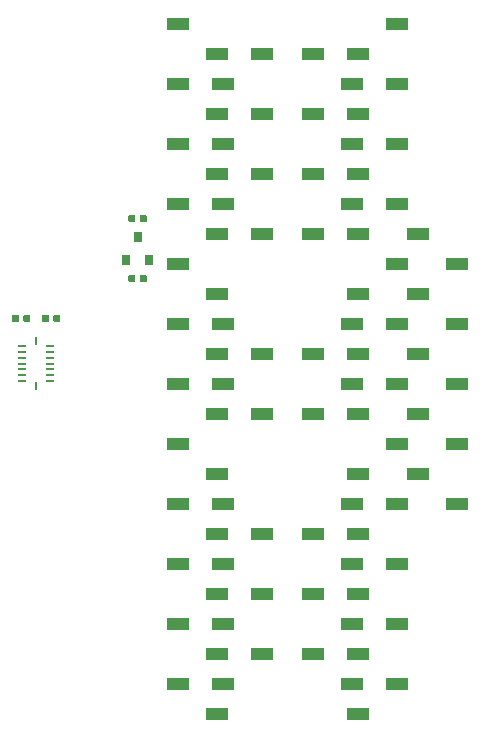
<source format=gtp>
G04 #@! TF.GenerationSoftware,KiCad,Pcbnew,(5.1.4)-1*
G04 #@! TF.CreationDate,2021-07-20T22:26:21+09:00*
G04 #@! TF.ProjectId,UAV2021_ver3_panelizing,55415632-3032-4315-9f76-6572335f7061,rev?*
G04 #@! TF.SameCoordinates,Original*
G04 #@! TF.FileFunction,Paste,Top*
G04 #@! TF.FilePolarity,Positive*
%FSLAX46Y46*%
G04 Gerber Fmt 4.6, Leading zero omitted, Abs format (unit mm)*
G04 Created by KiCad (PCBNEW (5.1.4)-1) date 2021-07-20 22:26:21*
%MOMM*%
%LPD*%
G04 APERTURE LIST*
%ADD10R,1.900000X1.000000*%
%ADD11R,0.800000X0.900000*%
%ADD12C,0.100000*%
%ADD13C,0.590000*%
%ADD14R,0.250000X0.675000*%
%ADD15R,0.675000X0.250000*%
G04 APERTURE END LIST*
D10*
X2160000Y-13970000D03*
X2160000Y-19050000D03*
X2160000Y-24130000D03*
X5460000Y-11430000D03*
X5460000Y-16510000D03*
X5460000Y-21590000D03*
X5460000Y-26670000D03*
X-5460000Y-11430000D03*
X-5460000Y-16510000D03*
X-5460000Y-21590000D03*
X-5460000Y-26670000D03*
X-2160000Y-13970000D03*
X-2160000Y-19050000D03*
X-2160000Y-24130000D03*
X-5460000Y3810000D03*
X-5460000Y-1270000D03*
X-2160000Y1270000D03*
X-2160000Y-3810000D03*
X5460000Y13970000D03*
X5460000Y19050000D03*
X5460000Y24130000D03*
X2160000Y11430000D03*
X2160000Y16510000D03*
X2160000Y21590000D03*
X2160000Y26670000D03*
D11*
X-13650000Y9160000D03*
X-11750000Y9160000D03*
X-12700000Y11160000D03*
D10*
X11050000Y11430000D03*
X11050000Y6350000D03*
X11050000Y1270000D03*
X11050000Y-3810000D03*
X11050000Y-8890000D03*
X14350000Y8890000D03*
X14350000Y3810000D03*
X14350000Y-1270000D03*
X14350000Y-6350000D03*
X14350000Y-11430000D03*
D12*
G36*
X-13023042Y7939290D02*
G01*
X-13008724Y7937166D01*
X-12994683Y7933649D01*
X-12981054Y7928772D01*
X-12967969Y7922583D01*
X-12955553Y7915142D01*
X-12943927Y7906519D01*
X-12933202Y7896798D01*
X-12923481Y7886073D01*
X-12914858Y7874447D01*
X-12907417Y7862031D01*
X-12901228Y7848946D01*
X-12896351Y7835317D01*
X-12892834Y7821276D01*
X-12890710Y7806958D01*
X-12890000Y7792500D01*
X-12890000Y7447500D01*
X-12890710Y7433042D01*
X-12892834Y7418724D01*
X-12896351Y7404683D01*
X-12901228Y7391054D01*
X-12907417Y7377969D01*
X-12914858Y7365553D01*
X-12923481Y7353927D01*
X-12933202Y7343202D01*
X-12943927Y7333481D01*
X-12955553Y7324858D01*
X-12967969Y7317417D01*
X-12981054Y7311228D01*
X-12994683Y7306351D01*
X-13008724Y7302834D01*
X-13023042Y7300710D01*
X-13037500Y7300000D01*
X-13332500Y7300000D01*
X-13346958Y7300710D01*
X-13361276Y7302834D01*
X-13375317Y7306351D01*
X-13388946Y7311228D01*
X-13402031Y7317417D01*
X-13414447Y7324858D01*
X-13426073Y7333481D01*
X-13436798Y7343202D01*
X-13446519Y7353927D01*
X-13455142Y7365553D01*
X-13462583Y7377969D01*
X-13468772Y7391054D01*
X-13473649Y7404683D01*
X-13477166Y7418724D01*
X-13479290Y7433042D01*
X-13480000Y7447500D01*
X-13480000Y7792500D01*
X-13479290Y7806958D01*
X-13477166Y7821276D01*
X-13473649Y7835317D01*
X-13468772Y7848946D01*
X-13462583Y7862031D01*
X-13455142Y7874447D01*
X-13446519Y7886073D01*
X-13436798Y7896798D01*
X-13426073Y7906519D01*
X-13414447Y7915142D01*
X-13402031Y7922583D01*
X-13388946Y7928772D01*
X-13375317Y7933649D01*
X-13361276Y7937166D01*
X-13346958Y7939290D01*
X-13332500Y7940000D01*
X-13037500Y7940000D01*
X-13023042Y7939290D01*
X-13023042Y7939290D01*
G37*
D13*
X-13185000Y7620000D03*
D12*
G36*
X-12053042Y7939290D02*
G01*
X-12038724Y7937166D01*
X-12024683Y7933649D01*
X-12011054Y7928772D01*
X-11997969Y7922583D01*
X-11985553Y7915142D01*
X-11973927Y7906519D01*
X-11963202Y7896798D01*
X-11953481Y7886073D01*
X-11944858Y7874447D01*
X-11937417Y7862031D01*
X-11931228Y7848946D01*
X-11926351Y7835317D01*
X-11922834Y7821276D01*
X-11920710Y7806958D01*
X-11920000Y7792500D01*
X-11920000Y7447500D01*
X-11920710Y7433042D01*
X-11922834Y7418724D01*
X-11926351Y7404683D01*
X-11931228Y7391054D01*
X-11937417Y7377969D01*
X-11944858Y7365553D01*
X-11953481Y7353927D01*
X-11963202Y7343202D01*
X-11973927Y7333481D01*
X-11985553Y7324858D01*
X-11997969Y7317417D01*
X-12011054Y7311228D01*
X-12024683Y7306351D01*
X-12038724Y7302834D01*
X-12053042Y7300710D01*
X-12067500Y7300000D01*
X-12362500Y7300000D01*
X-12376958Y7300710D01*
X-12391276Y7302834D01*
X-12405317Y7306351D01*
X-12418946Y7311228D01*
X-12432031Y7317417D01*
X-12444447Y7324858D01*
X-12456073Y7333481D01*
X-12466798Y7343202D01*
X-12476519Y7353927D01*
X-12485142Y7365553D01*
X-12492583Y7377969D01*
X-12498772Y7391054D01*
X-12503649Y7404683D01*
X-12507166Y7418724D01*
X-12509290Y7433042D01*
X-12510000Y7447500D01*
X-12510000Y7792500D01*
X-12509290Y7806958D01*
X-12507166Y7821276D01*
X-12503649Y7835317D01*
X-12498772Y7848946D01*
X-12492583Y7862031D01*
X-12485142Y7874447D01*
X-12476519Y7886073D01*
X-12466798Y7896798D01*
X-12456073Y7906519D01*
X-12444447Y7915142D01*
X-12432031Y7922583D01*
X-12418946Y7928772D01*
X-12405317Y7933649D01*
X-12391276Y7937166D01*
X-12376958Y7939290D01*
X-12362500Y7940000D01*
X-12067500Y7940000D01*
X-12053042Y7939290D01*
X-12053042Y7939290D01*
G37*
D13*
X-12215000Y7620000D03*
D12*
G36*
X-12053042Y13019290D02*
G01*
X-12038724Y13017166D01*
X-12024683Y13013649D01*
X-12011054Y13008772D01*
X-11997969Y13002583D01*
X-11985553Y12995142D01*
X-11973927Y12986519D01*
X-11963202Y12976798D01*
X-11953481Y12966073D01*
X-11944858Y12954447D01*
X-11937417Y12942031D01*
X-11931228Y12928946D01*
X-11926351Y12915317D01*
X-11922834Y12901276D01*
X-11920710Y12886958D01*
X-11920000Y12872500D01*
X-11920000Y12527500D01*
X-11920710Y12513042D01*
X-11922834Y12498724D01*
X-11926351Y12484683D01*
X-11931228Y12471054D01*
X-11937417Y12457969D01*
X-11944858Y12445553D01*
X-11953481Y12433927D01*
X-11963202Y12423202D01*
X-11973927Y12413481D01*
X-11985553Y12404858D01*
X-11997969Y12397417D01*
X-12011054Y12391228D01*
X-12024683Y12386351D01*
X-12038724Y12382834D01*
X-12053042Y12380710D01*
X-12067500Y12380000D01*
X-12362500Y12380000D01*
X-12376958Y12380710D01*
X-12391276Y12382834D01*
X-12405317Y12386351D01*
X-12418946Y12391228D01*
X-12432031Y12397417D01*
X-12444447Y12404858D01*
X-12456073Y12413481D01*
X-12466798Y12423202D01*
X-12476519Y12433927D01*
X-12485142Y12445553D01*
X-12492583Y12457969D01*
X-12498772Y12471054D01*
X-12503649Y12484683D01*
X-12507166Y12498724D01*
X-12509290Y12513042D01*
X-12510000Y12527500D01*
X-12510000Y12872500D01*
X-12509290Y12886958D01*
X-12507166Y12901276D01*
X-12503649Y12915317D01*
X-12498772Y12928946D01*
X-12492583Y12942031D01*
X-12485142Y12954447D01*
X-12476519Y12966073D01*
X-12466798Y12976798D01*
X-12456073Y12986519D01*
X-12444447Y12995142D01*
X-12432031Y13002583D01*
X-12418946Y13008772D01*
X-12405317Y13013649D01*
X-12391276Y13017166D01*
X-12376958Y13019290D01*
X-12362500Y13020000D01*
X-12067500Y13020000D01*
X-12053042Y13019290D01*
X-12053042Y13019290D01*
G37*
D13*
X-12215000Y12700000D03*
D12*
G36*
X-13023042Y13019290D02*
G01*
X-13008724Y13017166D01*
X-12994683Y13013649D01*
X-12981054Y13008772D01*
X-12967969Y13002583D01*
X-12955553Y12995142D01*
X-12943927Y12986519D01*
X-12933202Y12976798D01*
X-12923481Y12966073D01*
X-12914858Y12954447D01*
X-12907417Y12942031D01*
X-12901228Y12928946D01*
X-12896351Y12915317D01*
X-12892834Y12901276D01*
X-12890710Y12886958D01*
X-12890000Y12872500D01*
X-12890000Y12527500D01*
X-12890710Y12513042D01*
X-12892834Y12498724D01*
X-12896351Y12484683D01*
X-12901228Y12471054D01*
X-12907417Y12457969D01*
X-12914858Y12445553D01*
X-12923481Y12433927D01*
X-12933202Y12423202D01*
X-12943927Y12413481D01*
X-12955553Y12404858D01*
X-12967969Y12397417D01*
X-12981054Y12391228D01*
X-12994683Y12386351D01*
X-13008724Y12382834D01*
X-13023042Y12380710D01*
X-13037500Y12380000D01*
X-13332500Y12380000D01*
X-13346958Y12380710D01*
X-13361276Y12382834D01*
X-13375317Y12386351D01*
X-13388946Y12391228D01*
X-13402031Y12397417D01*
X-13414447Y12404858D01*
X-13426073Y12413481D01*
X-13436798Y12423202D01*
X-13446519Y12433927D01*
X-13455142Y12445553D01*
X-13462583Y12457969D01*
X-13468772Y12471054D01*
X-13473649Y12484683D01*
X-13477166Y12498724D01*
X-13479290Y12513042D01*
X-13480000Y12527500D01*
X-13480000Y12872500D01*
X-13479290Y12886958D01*
X-13477166Y12901276D01*
X-13473649Y12915317D01*
X-13468772Y12928946D01*
X-13462583Y12942031D01*
X-13455142Y12954447D01*
X-13446519Y12966073D01*
X-13436798Y12976798D01*
X-13426073Y12986519D01*
X-13414447Y12995142D01*
X-13402031Y13002583D01*
X-13388946Y13008772D01*
X-13375317Y13013649D01*
X-13361276Y13017166D01*
X-13346958Y13019290D01*
X-13332500Y13020000D01*
X-13037500Y13020000D01*
X-13023042Y13019290D01*
X-13023042Y13019290D01*
G37*
D13*
X-13185000Y12700000D03*
D10*
X5970000Y26670000D03*
X5970000Y21590000D03*
X5970000Y16510000D03*
X5970000Y11430000D03*
X5970000Y6350000D03*
X5970000Y1270000D03*
X5970000Y-3810000D03*
X5970000Y-8890000D03*
X5970000Y-13970000D03*
X5970000Y-19050000D03*
X5970000Y-24130000D03*
X5970000Y-29210000D03*
X9270000Y29210000D03*
X9270000Y24130000D03*
X9270000Y19050000D03*
X9270000Y13970000D03*
X9270000Y8890000D03*
X9270000Y3810000D03*
X9270000Y-1270000D03*
X9270000Y-6350000D03*
X9270000Y-11430000D03*
X9270000Y-16510000D03*
X9270000Y-21590000D03*
X9270000Y-26670000D03*
X-2160000Y11430000D03*
X-2160000Y16510000D03*
X-2160000Y21590000D03*
X-2160000Y26670000D03*
X-5460000Y13970000D03*
X-5460000Y19050000D03*
X-5460000Y24130000D03*
X-5970000Y-29210000D03*
X-5970000Y-24130000D03*
X-5970000Y-19050000D03*
X-5970000Y-13970000D03*
X-5970000Y-8890000D03*
X-5970000Y-3810000D03*
X-5970000Y1270000D03*
X-5970000Y6350000D03*
X-5970000Y11430000D03*
X-5970000Y16510000D03*
X-5970000Y21590000D03*
X-5970000Y26670000D03*
X-9270000Y-26670000D03*
X-9270000Y-21590000D03*
X-9270000Y-16510000D03*
X-9270000Y-11430000D03*
X-9270000Y-6350000D03*
X-9270000Y-1270000D03*
X-9270000Y3810000D03*
X-9270000Y8890000D03*
X-9270000Y13970000D03*
X-9270000Y19050000D03*
X-9270000Y24130000D03*
X-9270000Y29210000D03*
X2160000Y1270000D03*
X2160000Y-3810000D03*
X5460000Y3810000D03*
X5460000Y-1270000D03*
D14*
X-21280000Y2335000D03*
D15*
X-22445000Y1920000D03*
X-22445000Y1420000D03*
X-22445000Y920000D03*
X-22445000Y420000D03*
X-22445000Y-80000D03*
X-22445000Y-580000D03*
X-22445000Y-1080000D03*
D14*
X-21280000Y-1495000D03*
D15*
X-20115000Y-1080000D03*
X-20115000Y-580000D03*
X-20115000Y-80000D03*
X-20115000Y420000D03*
X-20115000Y920000D03*
X-20115000Y1420000D03*
X-20115000Y1920000D03*
D12*
G36*
X-19363042Y4549290D02*
G01*
X-19348724Y4547166D01*
X-19334683Y4543649D01*
X-19321054Y4538772D01*
X-19307969Y4532583D01*
X-19295553Y4525142D01*
X-19283927Y4516519D01*
X-19273202Y4506798D01*
X-19263481Y4496073D01*
X-19254858Y4484447D01*
X-19247417Y4472031D01*
X-19241228Y4458946D01*
X-19236351Y4445317D01*
X-19232834Y4431276D01*
X-19230710Y4416958D01*
X-19230000Y4402500D01*
X-19230000Y4057500D01*
X-19230710Y4043042D01*
X-19232834Y4028724D01*
X-19236351Y4014683D01*
X-19241228Y4001054D01*
X-19247417Y3987969D01*
X-19254858Y3975553D01*
X-19263481Y3963927D01*
X-19273202Y3953202D01*
X-19283927Y3943481D01*
X-19295553Y3934858D01*
X-19307969Y3927417D01*
X-19321054Y3921228D01*
X-19334683Y3916351D01*
X-19348724Y3912834D01*
X-19363042Y3910710D01*
X-19377500Y3910000D01*
X-19672500Y3910000D01*
X-19686958Y3910710D01*
X-19701276Y3912834D01*
X-19715317Y3916351D01*
X-19728946Y3921228D01*
X-19742031Y3927417D01*
X-19754447Y3934858D01*
X-19766073Y3943481D01*
X-19776798Y3953202D01*
X-19786519Y3963927D01*
X-19795142Y3975553D01*
X-19802583Y3987969D01*
X-19808772Y4001054D01*
X-19813649Y4014683D01*
X-19817166Y4028724D01*
X-19819290Y4043042D01*
X-19820000Y4057500D01*
X-19820000Y4402500D01*
X-19819290Y4416958D01*
X-19817166Y4431276D01*
X-19813649Y4445317D01*
X-19808772Y4458946D01*
X-19802583Y4472031D01*
X-19795142Y4484447D01*
X-19786519Y4496073D01*
X-19776798Y4506798D01*
X-19766073Y4516519D01*
X-19754447Y4525142D01*
X-19742031Y4532583D01*
X-19728946Y4538772D01*
X-19715317Y4543649D01*
X-19701276Y4547166D01*
X-19686958Y4549290D01*
X-19672500Y4550000D01*
X-19377500Y4550000D01*
X-19363042Y4549290D01*
X-19363042Y4549290D01*
G37*
D13*
X-19525000Y4230000D03*
D12*
G36*
X-20333042Y4549290D02*
G01*
X-20318724Y4547166D01*
X-20304683Y4543649D01*
X-20291054Y4538772D01*
X-20277969Y4532583D01*
X-20265553Y4525142D01*
X-20253927Y4516519D01*
X-20243202Y4506798D01*
X-20233481Y4496073D01*
X-20224858Y4484447D01*
X-20217417Y4472031D01*
X-20211228Y4458946D01*
X-20206351Y4445317D01*
X-20202834Y4431276D01*
X-20200710Y4416958D01*
X-20200000Y4402500D01*
X-20200000Y4057500D01*
X-20200710Y4043042D01*
X-20202834Y4028724D01*
X-20206351Y4014683D01*
X-20211228Y4001054D01*
X-20217417Y3987969D01*
X-20224858Y3975553D01*
X-20233481Y3963927D01*
X-20243202Y3953202D01*
X-20253927Y3943481D01*
X-20265553Y3934858D01*
X-20277969Y3927417D01*
X-20291054Y3921228D01*
X-20304683Y3916351D01*
X-20318724Y3912834D01*
X-20333042Y3910710D01*
X-20347500Y3910000D01*
X-20642500Y3910000D01*
X-20656958Y3910710D01*
X-20671276Y3912834D01*
X-20685317Y3916351D01*
X-20698946Y3921228D01*
X-20712031Y3927417D01*
X-20724447Y3934858D01*
X-20736073Y3943481D01*
X-20746798Y3953202D01*
X-20756519Y3963927D01*
X-20765142Y3975553D01*
X-20772583Y3987969D01*
X-20778772Y4001054D01*
X-20783649Y4014683D01*
X-20787166Y4028724D01*
X-20789290Y4043042D01*
X-20790000Y4057500D01*
X-20790000Y4402500D01*
X-20789290Y4416958D01*
X-20787166Y4431276D01*
X-20783649Y4445317D01*
X-20778772Y4458946D01*
X-20772583Y4472031D01*
X-20765142Y4484447D01*
X-20756519Y4496073D01*
X-20746798Y4506798D01*
X-20736073Y4516519D01*
X-20724447Y4525142D01*
X-20712031Y4532583D01*
X-20698946Y4538772D01*
X-20685317Y4543649D01*
X-20671276Y4547166D01*
X-20656958Y4549290D01*
X-20642500Y4550000D01*
X-20347500Y4550000D01*
X-20333042Y4549290D01*
X-20333042Y4549290D01*
G37*
D13*
X-20495000Y4230000D03*
D12*
G36*
X-21903042Y4549290D02*
G01*
X-21888724Y4547166D01*
X-21874683Y4543649D01*
X-21861054Y4538772D01*
X-21847969Y4532583D01*
X-21835553Y4525142D01*
X-21823927Y4516519D01*
X-21813202Y4506798D01*
X-21803481Y4496073D01*
X-21794858Y4484447D01*
X-21787417Y4472031D01*
X-21781228Y4458946D01*
X-21776351Y4445317D01*
X-21772834Y4431276D01*
X-21770710Y4416958D01*
X-21770000Y4402500D01*
X-21770000Y4057500D01*
X-21770710Y4043042D01*
X-21772834Y4028724D01*
X-21776351Y4014683D01*
X-21781228Y4001054D01*
X-21787417Y3987969D01*
X-21794858Y3975553D01*
X-21803481Y3963927D01*
X-21813202Y3953202D01*
X-21823927Y3943481D01*
X-21835553Y3934858D01*
X-21847969Y3927417D01*
X-21861054Y3921228D01*
X-21874683Y3916351D01*
X-21888724Y3912834D01*
X-21903042Y3910710D01*
X-21917500Y3910000D01*
X-22212500Y3910000D01*
X-22226958Y3910710D01*
X-22241276Y3912834D01*
X-22255317Y3916351D01*
X-22268946Y3921228D01*
X-22282031Y3927417D01*
X-22294447Y3934858D01*
X-22306073Y3943481D01*
X-22316798Y3953202D01*
X-22326519Y3963927D01*
X-22335142Y3975553D01*
X-22342583Y3987969D01*
X-22348772Y4001054D01*
X-22353649Y4014683D01*
X-22357166Y4028724D01*
X-22359290Y4043042D01*
X-22360000Y4057500D01*
X-22360000Y4402500D01*
X-22359290Y4416958D01*
X-22357166Y4431276D01*
X-22353649Y4445317D01*
X-22348772Y4458946D01*
X-22342583Y4472031D01*
X-22335142Y4484447D01*
X-22326519Y4496073D01*
X-22316798Y4506798D01*
X-22306073Y4516519D01*
X-22294447Y4525142D01*
X-22282031Y4532583D01*
X-22268946Y4538772D01*
X-22255317Y4543649D01*
X-22241276Y4547166D01*
X-22226958Y4549290D01*
X-22212500Y4550000D01*
X-21917500Y4550000D01*
X-21903042Y4549290D01*
X-21903042Y4549290D01*
G37*
D13*
X-22065000Y4230000D03*
D12*
G36*
X-22873042Y4549290D02*
G01*
X-22858724Y4547166D01*
X-22844683Y4543649D01*
X-22831054Y4538772D01*
X-22817969Y4532583D01*
X-22805553Y4525142D01*
X-22793927Y4516519D01*
X-22783202Y4506798D01*
X-22773481Y4496073D01*
X-22764858Y4484447D01*
X-22757417Y4472031D01*
X-22751228Y4458946D01*
X-22746351Y4445317D01*
X-22742834Y4431276D01*
X-22740710Y4416958D01*
X-22740000Y4402500D01*
X-22740000Y4057500D01*
X-22740710Y4043042D01*
X-22742834Y4028724D01*
X-22746351Y4014683D01*
X-22751228Y4001054D01*
X-22757417Y3987969D01*
X-22764858Y3975553D01*
X-22773481Y3963927D01*
X-22783202Y3953202D01*
X-22793927Y3943481D01*
X-22805553Y3934858D01*
X-22817969Y3927417D01*
X-22831054Y3921228D01*
X-22844683Y3916351D01*
X-22858724Y3912834D01*
X-22873042Y3910710D01*
X-22887500Y3910000D01*
X-23182500Y3910000D01*
X-23196958Y3910710D01*
X-23211276Y3912834D01*
X-23225317Y3916351D01*
X-23238946Y3921228D01*
X-23252031Y3927417D01*
X-23264447Y3934858D01*
X-23276073Y3943481D01*
X-23286798Y3953202D01*
X-23296519Y3963927D01*
X-23305142Y3975553D01*
X-23312583Y3987969D01*
X-23318772Y4001054D01*
X-23323649Y4014683D01*
X-23327166Y4028724D01*
X-23329290Y4043042D01*
X-23330000Y4057500D01*
X-23330000Y4402500D01*
X-23329290Y4416958D01*
X-23327166Y4431276D01*
X-23323649Y4445317D01*
X-23318772Y4458946D01*
X-23312583Y4472031D01*
X-23305142Y4484447D01*
X-23296519Y4496073D01*
X-23286798Y4506798D01*
X-23276073Y4516519D01*
X-23264447Y4525142D01*
X-23252031Y4532583D01*
X-23238946Y4538772D01*
X-23225317Y4543649D01*
X-23211276Y4547166D01*
X-23196958Y4549290D01*
X-23182500Y4550000D01*
X-22887500Y4550000D01*
X-22873042Y4549290D01*
X-22873042Y4549290D01*
G37*
D13*
X-23035000Y4230000D03*
M02*

</source>
